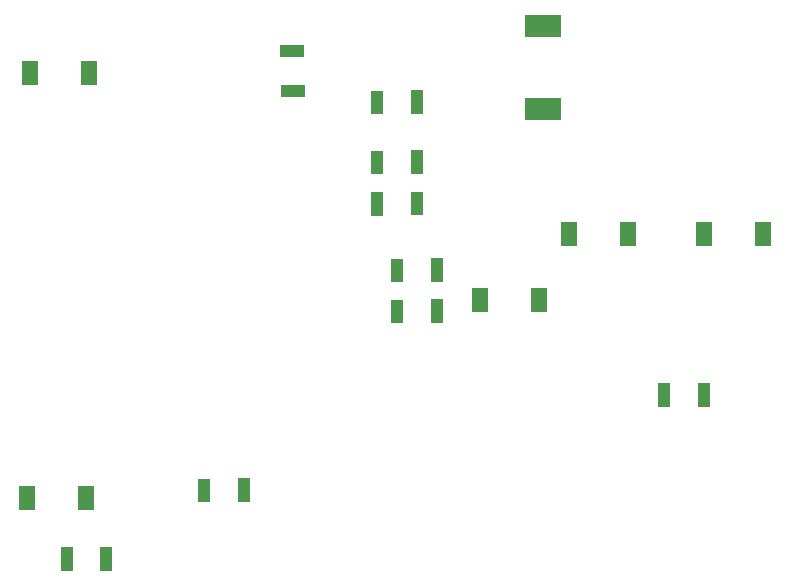
<source format=gbr>
%FSLAX34Y34*%
%MOMM*%
%LNSMDMASK_BOTTOM*%
G71*
G01*
%ADD10R,1.000X2.000*%
%ADD11R,2.000X1.000*%
%ADD12R,1.400X2.000*%
%ADD13R,3.020X1.980*%
%LPD*%
X242920Y-515679D02*
G54D10*
D03*
X209120Y-516179D02*
G54D10*
D03*
X748544Y-376730D02*
G54D10*
D03*
X714744Y-377230D02*
G54D10*
D03*
G36*
X320430Y-447908D02*
X330430Y-447908D01*
X330430Y-467908D01*
X320430Y-467908D01*
X320430Y-447908D01*
G37*
G36*
X354230Y-447408D02*
X364230Y-447408D01*
X364230Y-467408D01*
X354230Y-467408D01*
X354230Y-447408D01*
G37*
G36*
X467177Y-119590D02*
X477177Y-119590D01*
X477178Y-139590D01*
X467178Y-139590D01*
X467177Y-119590D01*
G37*
G36*
X500977Y-119090D02*
X510977Y-119090D01*
X510978Y-139090D01*
X500978Y-139090D01*
X500977Y-119090D01*
G37*
G36*
X467177Y-170390D02*
X477177Y-170390D01*
X477178Y-190390D01*
X467178Y-190390D01*
X467177Y-170390D01*
G37*
G36*
X500977Y-169890D02*
X510977Y-169890D01*
X510978Y-189890D01*
X500978Y-189890D01*
X500977Y-169890D01*
G37*
G36*
X467177Y-205315D02*
X477177Y-205315D01*
X477178Y-225315D01*
X467178Y-225315D01*
X467177Y-205315D01*
G37*
G36*
X500977Y-204815D02*
X510977Y-204815D01*
X510978Y-224815D01*
X500978Y-224815D01*
X500977Y-204815D01*
G37*
X400908Y-119495D02*
G54D11*
D03*
X400408Y-85695D02*
G54D11*
D03*
G36*
X484072Y-296483D02*
X494072Y-296483D01*
X494072Y-316483D01*
X484072Y-316483D01*
X484072Y-296483D01*
G37*
G36*
X517872Y-295983D02*
X527872Y-295983D01*
X527872Y-315983D01*
X517872Y-315983D01*
X517872Y-295983D01*
G37*
G36*
X484072Y-261558D02*
X494072Y-261558D01*
X494072Y-281558D01*
X484072Y-281558D01*
X484072Y-261558D01*
G37*
G36*
X517872Y-261058D02*
X527872Y-261058D01*
X527872Y-281058D01*
X517872Y-281058D01*
X517872Y-261058D01*
G37*
X634457Y-240564D02*
G54D12*
D03*
X684457Y-240564D02*
G54D12*
D03*
X749144Y-240627D02*
G54D12*
D03*
X799144Y-240627D02*
G54D12*
D03*
X612265Y-134606D02*
G54D13*
D03*
X612265Y-64506D02*
G54D13*
D03*
X559072Y-296958D02*
G54D12*
D03*
X609072Y-296958D02*
G54D12*
D03*
X227816Y-104876D02*
G54D12*
D03*
X177816Y-104876D02*
G54D12*
D03*
X175755Y-464332D02*
G54D12*
D03*
X225755Y-464332D02*
G54D12*
D03*
M02*

</source>
